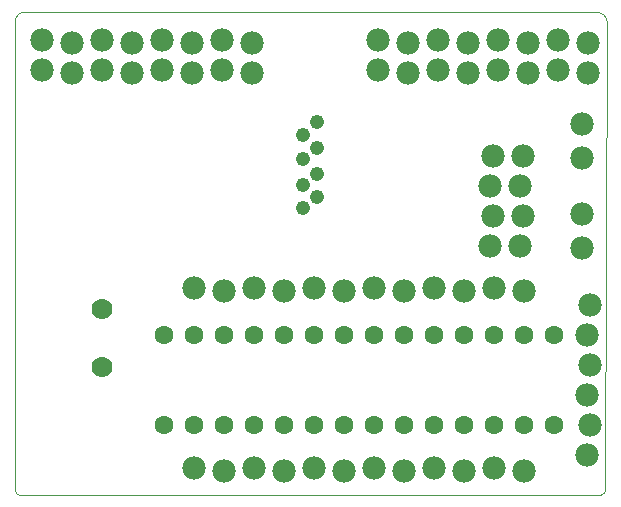
<source format=gbs>
G75*
G70*
%OFA0B0*%
%FSLAX24Y24*%
%IPPOS*%
%LPD*%
%AMOC8*
5,1,8,0,0,1.08239X$1,22.5*
%
%ADD10C,0.0000*%
%ADD11C,0.0631*%
%ADD12C,0.0700*%
%ADD13C,0.0780*%
%ADD14C,0.0476*%
D10*
X002348Y003185D02*
X021596Y003185D01*
X021596Y003184D02*
X021625Y003181D01*
X021654Y003182D01*
X021683Y003186D01*
X021711Y003193D01*
X021739Y003204D01*
X021764Y003218D01*
X021788Y003235D01*
X021810Y003255D01*
X021829Y003278D01*
X021845Y003302D01*
X021858Y003328D01*
X021868Y003356D01*
X021875Y003385D01*
X021874Y003385D02*
X021914Y018935D01*
X021913Y018970D01*
X021909Y019004D01*
X021901Y019037D01*
X021890Y019070D01*
X021875Y019101D01*
X021857Y019131D01*
X021836Y019158D01*
X021813Y019183D01*
X021787Y019206D01*
X021759Y019225D01*
X021728Y019242D01*
X021697Y019255D01*
X021664Y019265D01*
X021630Y019272D01*
X021595Y019275D01*
X002456Y019275D01*
X002425Y019272D01*
X002394Y019265D01*
X002364Y019255D01*
X002335Y019241D01*
X002309Y019224D01*
X002284Y019204D01*
X002262Y019182D01*
X002243Y019156D01*
X002227Y019129D01*
X002214Y019100D01*
X002205Y019070D01*
X002199Y019039D01*
X002197Y019008D01*
X002187Y003394D01*
X002188Y003394D02*
X002186Y003370D01*
X002187Y003345D01*
X002192Y003321D01*
X002199Y003298D01*
X002210Y003276D01*
X002224Y003255D01*
X002240Y003237D01*
X002258Y003221D01*
X002279Y003207D01*
X002301Y003197D01*
X002324Y003189D01*
X002348Y003185D01*
D11*
X007145Y005523D03*
X008145Y005523D03*
X009145Y005523D03*
X010145Y005523D03*
X011145Y005523D03*
X012145Y005523D03*
X013145Y005523D03*
X014145Y005523D03*
X015145Y005523D03*
X016145Y005523D03*
X017145Y005523D03*
X018145Y005523D03*
X019145Y005523D03*
X020145Y005523D03*
X020145Y008523D03*
X019145Y008523D03*
X018145Y008523D03*
X017145Y008523D03*
X016145Y008523D03*
X015145Y008523D03*
X014145Y008523D03*
X013145Y008523D03*
X012145Y008523D03*
X011145Y008523D03*
X010145Y008523D03*
X009145Y008523D03*
X008145Y008523D03*
X007145Y008523D03*
D12*
X005087Y009362D03*
X005087Y007441D03*
D13*
X008145Y010073D03*
X009145Y009973D03*
X010145Y010073D03*
X011145Y009973D03*
X012145Y010073D03*
X013145Y009973D03*
X014145Y010073D03*
X015145Y009973D03*
X016145Y010073D03*
X017145Y009973D03*
X018145Y010073D03*
X019145Y009973D03*
X019041Y011483D03*
X018040Y011484D03*
X018140Y012484D03*
X019141Y012483D03*
X019041Y013483D03*
X018040Y013484D03*
X018140Y014484D03*
X019141Y014483D03*
X021086Y014414D03*
X021086Y015554D03*
X021285Y017234D03*
X021289Y018237D03*
X020289Y018337D03*
X020285Y017334D03*
X019285Y017234D03*
X019289Y018237D03*
X018289Y018337D03*
X017289Y018237D03*
X016289Y018337D03*
X016285Y017334D03*
X017285Y017234D03*
X018285Y017334D03*
X015285Y017234D03*
X014285Y017334D03*
X015289Y018237D03*
X014289Y018337D03*
X010089Y018237D03*
X009089Y018337D03*
X008089Y018237D03*
X007089Y018337D03*
X007086Y017333D03*
X008086Y017233D03*
X009086Y017333D03*
X010086Y017233D03*
X006086Y017233D03*
X005086Y017333D03*
X004086Y017233D03*
X003086Y017333D03*
X003089Y018337D03*
X004089Y018237D03*
X005089Y018337D03*
X006089Y018237D03*
X021087Y012558D03*
X021087Y011418D03*
X021358Y009523D03*
X021258Y008523D03*
X021358Y007523D03*
X021258Y006523D03*
X021358Y005523D03*
X021258Y004523D03*
X019145Y003973D03*
X018145Y004073D03*
X017145Y003973D03*
X016145Y004073D03*
X015145Y003973D03*
X014145Y004073D03*
X013145Y003973D03*
X012145Y004073D03*
X011145Y003973D03*
X010145Y004073D03*
X009145Y003973D03*
X008145Y004073D03*
D14*
X011793Y012752D03*
X012266Y013106D03*
X011793Y013500D03*
X012266Y013894D03*
X011793Y014366D03*
X012266Y014760D03*
X011793Y015193D03*
X012266Y015626D03*
M02*

</source>
